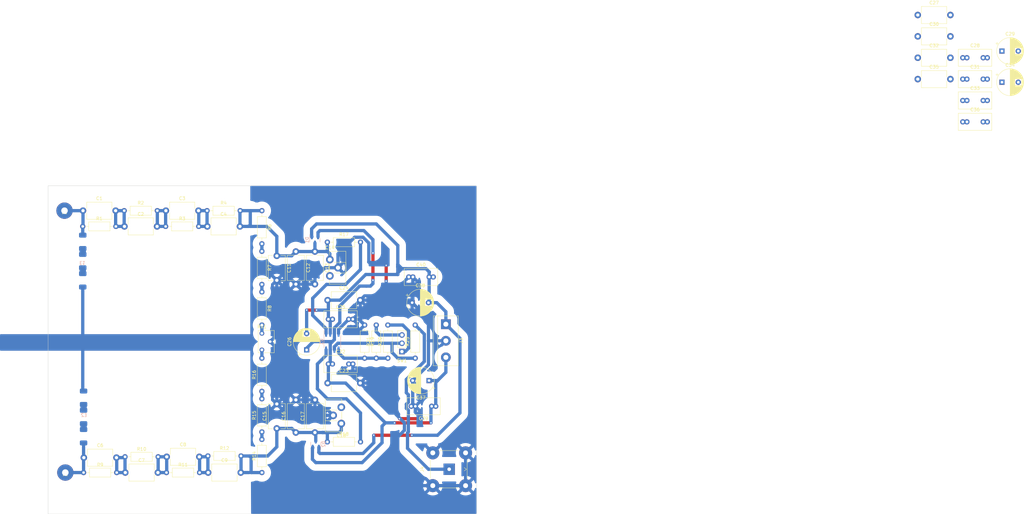
<source format=kicad_pcb>
(kicad_pcb (version 20221018) (generator pcbnew)
  (layers (0 "F.Cu" signal) (31 "B.Cu" signal) (34 "B.Paste" user) (35 "F.Paste" user) (36 "B.SilkS" user "B.Silkscreen") (37 "F.SilkS" user "F.Silkscreen") (38 "B.Mask" user) (39 "F.Mask" user) (44 "Edge.Cuts" user))
  (net 0 "")
  (net 1 "Net-(J1-Pin_1)")
  (net 2 "Net-(C1-Pad2)")
  (net 3 "Net-(C2-Pad2)")
  (net 4 "Net-(C3-Pad2)")
  (net 5 "Net-(C15-Pad1)")
  (net 6 "Net-(C11-Pad1)")
  (net 7 "Net-(J2-Pin_1)")
  (net 8 "Net-(C6-Pad2)")
  (net 9 "Net-(C7-Pad2)")
  (net 10 "Net-(C8-Pad2)")
  (net 11 "GNDPWR")
  (net 12 "VCC")
  (net 13 "VEE")
  (net 14 "Net-(J4-In)")
  (net 15 "Net-(R6-Pad2)")
  (net 16 "Net-(R7-Pad2)")
  (net 17 "Net-(R8-Pad2)")
  (net 18 "Net-(R14-Pad2)")
  (net 19 "Net-(R15-Pad2)")
  (net 20 "Net-(R16-Pad2)")
  (net 21 "Net-(U1-+)")
  (net 22 "Net-(U1--)")
  (net 23 "Net-(U1-FB)")
  (net 24 "Net-(SW1A-A)")
  (net 25 "Net-(SW1A-C)")
  (net 26 "Net-(SW1A-B)")
  (footprint "Connector_PinSocket_2.54mm:PinSocket_1x03_P2.54mm_Vertical" (layer "F.Cu") (at 158.496 119.38 180)
    (fp_text reference "SW1")
    (fp_text value "SW_DPDT_x2")
  )
  (footprint "Resistor_THT:R_Axial_DIN0207_L6.3mm_D2.5mm_P10.16mm_Horizontal" (layer "F.Cu") (at 86.32 156.464)
    (fp_text reference "R11")
    (fp_text value "1M")
  )
  (footprint "Connector_Coaxial:BNC_TEConnectivity_1478035_Horizontal" (layer "F.Cu") (at 172.974 155.448 -90)
    (fp_text reference "J4")
    (fp_text value "Conn_Coaxial")
  )
  (footprint "Capacitor_THT:C_Rect_L10.0mm_W5.0mm_P5.00mm_P7.50mm" (layer "F.Cu") (at 330.396 35.88)
    (fp_text reference "C31")
    (fp_text value "100n")
  )
  (footprint "Capacitor_THT:C_Disc_D7.5mm_W5.0mm_P10.00mm" (layer "F.Cu") (at 61 151.892)
    (fp_text reference "C6")
    (fp_text value "10p")
  )
  (footprint "Resistor_THT:R_Axial_DIN0207_L6.3mm_D2.5mm_P10.16mm_Horizontal" (layer "F.Cu") (at 135.636 85.852)
    (fp_text reference "R17")
    (fp_text value "1500")
  )
  (footprint "Resistor_THT:R_Axial_DIN0207_L6.3mm_D2.5mm_P10.16mm_Horizontal" (layer "F.Cu") (at 115.57 101.092 -90)
    (fp_text reference "R8")
    (fp_text value "64")
  )
  (footprint "Potentiometer_THT:Potentiometer_ACP_CA9-H2,5_Horizontal" (layer "F.Cu") (at 139.914 141.438 180)
    (fp_text reference "C18")
    (fp_text value "8p")
  )
  (footprint "Resistor_THT:R_Axial_DIN0207_L6.3mm_D2.5mm_P10.16mm_Horizontal" (layer "F.Cu") (at 115.57 76.2 -90)
    (fp_text reference "R6")
    (fp_text value "15k")
  )
  (footprint "Resistor_THT:R_Axial_DIN0207_L6.3mm_D2.5mm_P10.16mm_Horizontal" (layer "F.Cu") (at 115.57 156.464 90)
    (fp_text reference "R14")
    (fp_text value "15k")
  )
  (footprint "Capacitor_THT:CP_Radial_D8.0mm_P5.00mm" (layer "F.Cu") (at 129.286 118.872 90)
    (fp_text reference "C26")
    (fp_text value "4.7u")
  )
  (footprint "Resistor_THT:R_Axial_DIN0207_L6.3mm_D2.5mm_P10.16mm_Horizontal" (layer "F.Cu") (at 73.366 76.2)
    (fp_text reference "R2")
    (fp_text value "1M")
  )
  (footprint "Resistor_THT:R_Axial_DIN0207_L6.3mm_D2.5mm_P10.16mm_Horizontal" (layer "F.Cu") (at 73.62 151.638)
    (fp_text reference "R10")
    (fp_text value "1M")
  )
  (footprint "Capacitor_THT:C_Disc_D7.5mm_W5.0mm_P10.00mm" (layer "F.Cu") (at 135.716 103.632)
    (fp_text reference "C24")
    (fp_text value "100p")
  )
  (footprint "Capacitor_THT:CP_Radial_D8.0mm_P5.00mm" (layer "F.Cu") (at 166.798 128.27 180)
    (fp_text reference "C37")
    (fp_text value "10u")
  )
  (footprint "Resistor_THT:R_Axial_DIN0207_L6.3mm_D2.5mm_P10.16mm_Horizontal" (layer "F.Cu") (at 115.57 131.572 90)
    (fp_text reference "R16")
    (fp_text value "64")
  )
  (footprint "Resistor_THT:R_Axial_DIN0207_L6.3mm_D2.5mm_P10.16mm_Horizontal" (layer "F.Cu") (at 150.622 121.412 90)
    (fp_text reference "R21")
    (fp_text value "105000")
  )
  (footprint "Capacitor_THT:C_Disc_D7.5mm_W5.0mm_P7.50mm" (layer "F.Cu") (at 120.142 142.942 90)
    (fp_text reference "C15")
    (fp_text value "470p")
  )
  (footprint "Resistor_THT:R_Axial_DIN0207_L6.3mm_D2.5mm_P10.16mm_Horizontal" (layer "F.Cu") (at 162.56 121.412 90)
    (fp_text reference "R25")
    (fp_text value "50")
  )
  (footprint "Capacitor_THT:C_Disc_D7.5mm_W5.0mm_P7.50mm" (layer "F.Cu") (at 120.142 90.036 -90)
    (fp_text reference "C11")
    (fp_text value "470p")
  )
  (footprint "Xg_lib_pcb:PIN_3mm" (layer "F.Cu") (at 55.332 156.464)
    (fp_text reference "J2")
    (fp_text value "Conn_01x01")
  )
  (footprint "Capacitor_THT:C_Disc_D7.5mm_W5.0mm_P10.00mm" (layer "F.Cu") (at 99.1 156.464)
    (fp_text reference "C9")
    (fp_text value "10p")
  )
  (footprint "Resistor_THT:R_Axial_DIN0207_L6.3mm_D2.5mm_P10.16mm_Horizontal" (layer "F.Cu") (at 115.57 144.018 90)
    (fp_text reference "R15")
    (fp_text value "2.2k")
  )
  (footprint "Resistor_THT:R_Axial_DIN0207_L6.3mm_D2.5mm_P10.16mm_Horizontal" (layer "F.Cu") (at 60.666 81.026)
    (fp_text reference "R1")
    (fp_text value "1M")
  )
  (footprint "Capacitor_THT:C_Rect_L10.0mm_W5.0mm_P5.00mm_P7.50mm" (layer "F.Cu") (at 330.396 42.43)
    (fp_text reference "C33")
    (fp_text value "100n")
  )
  (footprint "Resistor_THT:R_Axial_DIN0207_L6.3mm_D2.5mm_P10.16mm_Horizontal" (layer "F.Cu") (at 147.066 111.252 -90)
    (fp_text reference "R19")
    (fp_text value "5000")
  )
  (footprint "Potentiometer_THT:Potentiometer_Vishay_T73XX_Horizontal" (layer "F.Cu") (at 115.57 113.792)
    (fp_text reference "RV1")
    (fp_text value "2K")
  )
  (footprint "Capacitor_THT:C_Rect_L10.0mm_W5.0mm_P5.00mm_P7.50mm" (layer "F.Cu") (at 160.588 96.52)
    (fp_text reference "C40")
    (fp_text value "100n")
  )
  (footprint "Capacitor_THT:C_Rect_L10.0mm_W5.0mm_P5.00mm_P7.50mm" (layer "F.Cu") (at 330.396 48.98)
    (fp_text reference "C36")
    (fp_text value "100n")
  )
  (footprint "Capacitor_THT:C_Disc_D7.5mm_W5.0mm_P10.00mm" (layer "F.Cu") (at 316.596 16.23)
    (fp_text reference "C27")
    (fp_text value "100p")
  )
  (footprint "Capacitor_THT:C_Disc_D7.5mm_W5.0mm_P10.00mm" (layer "F.Cu") (at 131.826 88.726 -90)
    (fp_text reference "C13")
    (fp_text value "22p")
  )
  (footprint "Capacitor_THT:C_Rect_L10.0mm_W5.0mm_P5.00mm_P7.50mm" (layer "F.Cu") (at 168.85 136.144 180)
    (fp_text reference "C39")
    (fp_text value "100n")
  )
  (footprint "Resistor_THT:R_Axial_DIN0207_L6.3mm_D2.5mm_P10.16mm_Horizontal" (layer "F.Cu") (at 135.636 147.066)
    (fp_text reference "R18")
    (fp_text value "1500")
  )
  (footprint "Xg_lib_pcb:PIN_3mm" (layer "F.Cu") (at 55.078 76.2)
    (fp_text reference "J1")
    (fp_text value "Conn_01x01")
  )
  (footprint "Capacitor_THT:C_Disc_D7.5mm_W5.0mm_P10.00mm" (layer "F.Cu") (at 316.596 29.33)
    (fp_text reference "C32")
    (fp_text value "100p")
  )
  (footprint "Capacitor_THT:C_Disc_D7.5mm_W5.0mm_P10.00mm" (layer "F.Cu") (at 125.984 88.726 -90)
    (fp_text reference "C12")
    (fp_text value "47p")
  )
  (footprint "Capacitor_THT:C_Disc_D7.5mm_W5.0mm_P10.00mm" (layer "F.Cu") (at 131.826 144.192 90)
    (fp_text reference "C17")
    (fp_text value "22p")
  )
  (footprint "Capacitor_THT:C_Disc_D7.5mm_W5.0mm_P10.00mm" (layer "F.Cu") (at 86.4 151.638)
    (fp_text reference "C8")
    (fp_text value "10p")
  )
  (footprint "Capacitor_THT:C_Disc_D7.5mm_W5.0mm_P10.00mm" (layer "F.Cu") (at 316.596 35.88)
    (fp_text reference "C35")
    (fp_text value "100p")
  )
  (footprint "Capacitor_THT:C_Disc_D7.5mm_W5.0mm_P10.00mm" (layer "F.Cu") (at 60.746 76.2)
    (fp_text reference "C1")
    (fp_text value "10p")
  )
  (footprint "Resistor_THT:R_Axial_DIN0207_L6.3mm_D2.5mm_P10.16mm_Horizontal" (layer "F.Cu") (at 98.766 76.2)
    (fp_text reference "R4")
    (fp_text value "1M")
  )
  (footprint "Resistor_THT:R_Axial_DIN0207_L6.3mm_D2.5mm_P10.16mm_Horizontal" (layer "F.Cu") (at 60.92 156.464)
    (fp_text reference "R9")
    (fp_text value "1M")
  )
  (footprint "Capacitor_THT:C_Disc_D7.5mm_W5.0mm_P10.00mm" (layer "F.Cu") (at 86.146 76.2)
    (fp_text reference "C3")
    (fp_text value "10p")
  )
  (footprint "TerminalBlock:TerminalBlock_bornier-3_P5.08mm" (layer "F.Cu") (at 171.958 110.998 -90)
    (fp_text reference "J3")
    (fp_text value "Conn_01x03")
  )
  (footprint "Capacitor_THT:C_Rect_L10.0mm_W5.0mm_P5.00mm_P7.50mm" (layer "F.Cu") (at 135.95 109.474)
    (fp_text reference "C25")
    (fp_text value "100n")
  )
  (footprint "Resistor_THT:R_Axial_DIN0207_L6.3mm_D2.5mm_P10.16mm_Horizontal" (layer "F.Cu") (at 99.02 151.384)
    (fp_text reference "R12")
    (fp_text value "1M")
  )
  (footprint "Capacitor_THT:C_Disc_D7.5mm_W5.0mm_P10.00mm" (layer "F.Cu") (at 316.596 22.78)
    (fp_text reference "C30")
    (fp_text value "100p")
  )
  (footprint "Resistor_THT:R_Axial_DIN0207_L6.3mm_D2.5mm_P10.16mm_Horizontal" (layer "F.Cu") (at 86.066 81.026)
    (fp_text reference "R3")
    (fp_text value "1M")
  )
  (footprint "Capacitor_THT:C_Disc_D7.5mm_W5.0mm_P10.00mm" (layer "F.Cu") (at 135.716 129.032)
    (fp_text reference "C23")
    (fp_text value "100p")
  )
  (footprint "Capacitor_THT:C_Disc_D7.5mm_W5.0mm_P10.00mm" (layer "F.Cu") (at 98.846 81.026)
    (fp_text reference "C4")
    (fp_text value "10p")
  )
  (footprint "Resistor_THT:R_Axial_DIN0207_L6.3mm_D2.5mm_P10.16mm_Horizontal" (layer "F.Cu") (at 115.57 88.646 -90)
    (fp_text reference "R7")
    (fp_text value "2.2k")
  )
  (footprint "Capacitor_THT:C_Rect_L10.0mm_W5.0mm_P5.00mm_P7.50mm" (layer "F.Cu") (at 135.95 123.19)
    (fp_text reference "C22")
    (fp_text value "100n")
  )
  (footprint "Capacitor_THT:C_Disc_D7.5mm_W5.0mm_P10.00mm" (layer "F.Cu") (at 73.7 156.464)
    (fp_text reference "C7")
    (fp_text value "10p")
  )
  (footprint "Capacitor_THT:CP_Radial_D8.0mm_P5.00mm" (layer "F.Cu") (at 161.624 104.394)
    (fp_text reference "C38")
    (fp_text value "10u")
  )
  (footprint "Resistor_THT:R_Axial_DIN0207_L6.3mm_D2.5mm_P10.16mm_Horizontal" (layer "F.Cu") (at 154.178 121.412 90)
    (fp_text reference "R20")
    (fp_text value "6000")
  )
  (footprint "Capacitor_THT:C_Disc_D7.5mm_W5.0mm_P10.00mm" (layer "F.Cu") (at 73.446 81.026)
    (fp_text reference "C2")
    (fp_text value "10p")
  )
  (footprint "Capacitor_THT:C_Rect_L10.0mm_W5.0mm_P5.00mm_P7.50mm" (layer "F.Cu") (at 330.396 29.33)
    (fp_text reference "C28")
    (fp_text value "100n")
  )
  (footprint "Capacitor_THT:CP_Radial_D8.0mm_P5.00mm" (layer "F.Cu") (at 342.390698 36.83)
    (fp_text reference "C34")
    (fp_text value "4.7u")
  )
  (footprint "Capacitor_THT:C_Disc_D7.5mm_W5.0mm_P10.00mm" (layer "F.Cu") (at 125.984 144.192 90)
    (fp_text reference "C16")
    (fp_text value "47p")
  )
  (footprint "Capacitor_THT:CP_Radial_D8.0mm_P5.00mm" (layer "F.Cu") (at 342.390698 27.28)
    (fp_text reference "C29")
    (fp_text value "4.7u")
  )
  (footprint "Potentiometer_THT:Potentiometer_ACP_CA9-H2,5_Horizontal" (layer "F.Cu") (at 136.398 91.186)
    (fp_text reference "C14")
    (fp_text value "8p")
  )
  (footprint "Xg_lib_pcb:Spark_gap_1200" (layer "B.Cu") (at 60.566 91.704)
    (fp_text reference "E1")
    (fp_text value "SparkGap")
  )
  (footprint "Package_TO_SOT_SMD:SOT-23" (layer "B.Cu") (at 132.08 147.7495 90)
    (fp_text reference "D2")
    (fp_text value "BAV99")
  )
  (footprint "Package_TO_SOT_SMD:SOT-23" (layer "B.Cu") (at 131.826 85.1685 -90)
    (fp_text reference "D1")
    (fp_text value "BAV99")
  )
  (footprint "Xg_lib_pcb:Spark_gap_1200" (layer "B.Cu") (at 61.02 139.38 180)
    (fp_text reference "E2")
    (fp_text value "SparkGap")
  )
  (footprint "Package_SO:SOIC-8_3.9x4.9mm_P1.27mm" (layer "B.Cu") (at 137.16 116.332 -90)
    (fp_text reference "U1")
    (fp_text value "~")
  )
  (gr_rect (start 50.038 68.58) (end 181.356 169.164) (stroke (width 0.1)) (fill none) (layer "Edge.Cuts"))
  (segment (start 60.746 76.2) (end 60.746 80.946) (width 1) (layer "B.Cu") (net 1))
  (segment (start 55.078 76.2) (end 60.746 76.2) (width 1) (layer "B.Cu") (net 1))
  (segment (start 60.666 83.704) (end 60.666 81.026) (width 1) (layer "B.Cu") (net 1))
  (segment (start 60.746 80.946) (end 60.666 81.026) (width 1) (layer "B.Cu") (net 1))
  (segment (start 70.746 80.946) (end 70.826 81.026) (width 1) (layer "B.Cu") (net 2))
  (segment (start 70.746 76.2) (end 70.746 80.946) (width 1) (layer "B.Cu") (net 2))
  (segment (start 70.746 76.2) (end 73.366 76.2) (width 1) (layer "B.Cu") (net 2))
  (segment (start 73.446 81.026) (end 70.826 81.026) (width 1) (layer "B.Cu") (net 2))
  (segment (start 73.366 80.946) (end 73.446 81.026) (width 1) (layer "B.Cu") (net 2))
  (segment (start 73.366 76.2) (end 73.366 80.946) (width 1) (layer "B.Cu") (net 2))
  (segment (start 86.066 81.026) (end 86.066 76.28) (width 1) (layer "B.Cu") (net 3))
  (segment (start 83.526 76.2) (end 83.526 80.946) (width 1) (layer "B.Cu") (net 3))
  (segment (start 86.146 76.2) (end 83.526 76.2) (width 1) (layer "B.Cu") (net 3))
  (segment (start 86.066 76.28) (end 86.146 76.2) (width 1) (layer "B.Cu") (net 3))
  (segment (start 83.526 80.946) (end 83.446 81.026) (width 1) (layer "B.Cu") (net 3))
  (segment (start 83.446 81.026) (end 86.066 81.026) (width 1) (layer "B.Cu") (net 3))
  (segment (start 96.146 76.2) (end 98.766 76.2) (width 1) (layer "B.Cu") (net 4))
  (segment (start 96.226 76.28) (end 96.146 76.2) (width 1) (layer "B.Cu") (net 4))
  (segment (start 98.766 76.2) (end 98.766 80.946) (width 1) (layer "B.Cu") (net 4))
  (segment (start 98.846 81.026) (end 96.226 81.026) (width 1) (layer "B.Cu") (net 4))
  (segment (start 96.226 81.026) (end 96.226 76.28) (width 1) (layer "B.Cu") (net 4))
  (segment (start 98.766 80.946) (end 98.846 81.026) (width 1) (layer "B.Cu") (net 4))
  (segment (start 111.8 151.384) (end 109.18 151.384) (width 1) (layer "B.Cu") (net 5))
  (segment (start 132.08 144.446) (end 131.826 144.192) (width 1) (layer "B.Cu") (net 5))
  (segment (start 112.268 151.464) (end 112.188 151.384) (width 1) (layer "B.Cu") (net 5))
  (segment (start 112.268 156.464) (end 112.268 151.464) (width 1) (layer "B.Cu") (net 5))
  (segment (start 134.112 144.192) (end 135.302 144.192) (width 1) (layer "B.Cu") (net 5))
  (segment (start 115.57 156.464) (end 112.268 156.464) (width 1) (layer "B.Cu") (net 5))
  (segment (start 109.18 156.384) (end 109.1 156.464) (width 1) (layer "B.Cu") (net 5))
  (segment (start 124.734 142.942) (end 125.984 144.192) (width 1) (layer "B.Cu") (net 5))
  (segment (start 135.302 144.192) (end 135.636 144.526) (width 1) (layer "B.Cu") (net 5))
  (segment (start 109.18 151.384) (end 109.18 156.384) (width 1) (layer "B.Cu") (net 5))
  (segment (start 111.72 151.464) (end 111.8 151.384) (width 1) (layer "B.Cu") (net 5))
  (segment (start 109.1 156.464) (end 111.72 156.464) (width 1) (layer "B.Cu") (net 5))
  (segment (start 120.142 142.942) (end 124.734 142.942) (width 1) (layer "B.Cu") (net 5))
  (segment (start 139.272 144.192) (end 139.914 143.55) (width 1) (layer "B.Cu") (net 5))
  (segment (start 120.142 148.59) (end 120.142 142.942) (width 1) (layer "B.Cu") (net 5))
  (segment (start 135.636 144.526) (end 135.636 147.066) (width 1) (layer "B.Cu") (net 5))
  (segment (start 139.914 141.438) (end 139.914 143.55) (width 1) (layer "B.Cu") (net 5))
  (segment (start 117.348 151.384) (end 120.142 148.59) (width 1) (layer "B.Cu") (net 5))
  (segment (start 132.08 146.812) (end 132.08 144.446) (width 1) (layer "B.Cu") (net 5))
  (segment (start 131.826 144.192) (end 134.112 144.192) (width 1) (layer "B.Cu") (net 5))
  (segment (start 112.188 151.384) (end 117.348 151.384) (width 1) (layer "B.Cu") (net 5))
  (segment (start 134.112 144.192) (end 139.272 144.192) (width 1) (layer "B.Cu") (net 5))
  (segment (start 131.826 144.192) (end 125.984 144.192) (width 1) (layer "B.Cu") (net 5))
  (segment (start 108.926 76.2) (end 111.626 76.2) (width 1) (layer "B.Cu") (net 6))
  (segment (start 117.094 81.026) (end 120.142 84.074) (width 1) (layer "B.Cu") (net 6))
  (segment (start 135.636 85.852) (end 135.636 88.646) (width 1) (layer "B.Cu") (net 6))
  (segment (start 111.626 80.866) (end 111.466 81.026) (width 1) (layer "B.Cu") (net 6))
  (segment (start 131.826 88.726) (end 135.716 88.726) (width 1) (layer "B.Cu") (net 6))
  (segment (start 136.398 89.408) (end 136.398 91.186) (width 1) (layer "B.Cu") (net 6))
  (segment (start 108.846 81.026) (end 108.846 76.28) (width 1) (layer "B.Cu") (net 6))
  (segment (start 112.014 76.2) (end 115.57 76.2) (width 1) (layer "B.Cu") (net 6))
  (segment (start 108.846 76.28) (end 108.926 76.2) (width 1) (layer "B.Cu") (net 6))
  (segment (start 120.142 84.074) (end 120.142 90.036) (width 1) (layer "B.Cu") (net 6))
  (segment (start 112.014 76.2) (end 112.014 81.026) (width 1) (layer "B.Cu") (net 6))
  (segment (start 112.014 81.026) (end 117.094 81.026) (width 1) (layer "B.Cu") (net 6))
  (segment (start 111.466 81.026) (end 108.846 81.026) (width 1) (layer "B.Cu") (net 6))
  (segment (start 135.636 88.646) (end 135.716 88.726) (width 1) (layer "B.Cu") (net 6))
  (segment (start 125.984 88.726) (end 131.826 88.726) (width 1) (layer "B.Cu") (net 6))
  (segment (start 131.826 88.726) (end 131.826 86.106) (width 1) (layer "B.Cu") (net 6))
  (segment (start 124.674 90.036) (end 125.984 88.726) (width 1) (layer "B.Cu") (net 6))
  (segment (start 135.716 88.726) (end 136.398 89.408) (width 1) (layer "B.Cu") (net 6))
  (segment (start 120.142 90.036) (end 124.674 90.036) (width 1) (layer "B.Cu") (net 6))
  (segment (start 55.332 156.464) (end 60.92 156.464) (width 1) (layer "B.Cu") (net 7))
  (segment (start 60.92 156.464) (end 60.92 151.972) (width 1) (layer "B.Cu") (net 7))
  (segment (start 60.92 151.812) (end 61 151.892) (width 1) (layer "B.Cu") (net 7))
  (segment (start 60.92 147.38) (end 60.92 151.812) (width 1) (layer "B.Cu") (net 7))
  (segment (start 60.92 151.972) (end 61 151.892) (width 1) (layer "B.Cu") (net 7))
  (segment (start 71.08 156.464) (end 71.08 151.972) (width 1) (layer "B.Cu") (net 8))
  (segment (start 71 151.892) (end 73.366 151.892) (width 1) (layer "B.Cu") (net 8))
  (segment (start 73.62 156.384) (end 73.7 156.464) (width 1) (layer "B.Cu") (net 8))
  (segment (start 73.366 151.892) (end 73.62 151.638) (width 1) (layer "B.Cu") (net 8))
  (segment (start 73.7 156.464) (end 71.08 156.464) (width 1) (layer "B.Cu") (net 8))
  (segment (start 71.08 151.972) (end 71 151.892) (width 1) (layer "B.Cu") (net 8))
  (segment (start 73.62 151.638) (end 73.62 156.384) (width 1) (layer "B.Cu") (net 8))
  (segment (start 86.4 151.638) (end 86.4 156.384) (width 1) (layer "B.Cu") (net 9))
  (segment (start 83.78 151.638) (end 83.78 156.384) (width 1) (layer "B.Cu") (net 9))
  (segment (start 86.32 156.464) (end 83.7 156.464) (width 1) (layer "B.Cu") (net 9))
  (segment (start 83.78 151.638) (end 86.4 151.638) (width 1) (layer "B.Cu") (net 9))
  (segment (start 83.78 156.384) (end 83.7 156.464) (width 1) (layer "B.Cu") (net 9))
  (segment (start 86.4 156.384) (end 86.32 156.464) (width 1) (layer "B.Cu") (net 9))
  (segment (start 96.48 151.718) (end 96.4 151.638) (width 1) (layer "B.Cu") (net 10))
  (segment (start 98.766 151.638) (end 99.02 151.384) (width 1) (layer "B.Cu") (net 10))
  (segment (start 99.1 156.464) (end 96.48 156.464) (width 1) (layer "B.Cu") (net 10))
  (segment (start 96.4 151.638) (end 98.766 151.638) (width 1) (layer "B.Cu") (net 10))
  (segment (start 99.02 156.384) (end 99.1 156.464) (width 1) (layer "B.Cu") (net 10))
  (segment (start 99.02 151.384) (end 99.02 156.384) (width 1) (layer "B.Cu") (net 10))
  (segment (start 96.48 156.464) (end 96.48 151.718) (width 1) (layer "B.Cu") (net 10))
  (segment (start 164.592 139.954) (end 157.734 139.954) (width 1) (layer "F.Cu") (net 11))
  (segment (start 153.67 92.964) (end 153.67 97.79) (width 1) (layer "F.Cu") (net 11))
  (via (at 153.67 92.964) (size 0.8) (drill 0.4) (layers "F.Cu" "B.Cu") (net 11))
  (via (at 153.67 97.79) (size 0.8) (drill 0.4) (layers "F.Cu" "B.Cu") (net 11))
  (via (at 164.592 139.954) (size 0.8) (drill 0.4) (layers "F.Cu" "B.Cu") (net 11))
  (via (at 157.734 139.954) (size 0.8) (drill 0.4) (layers "F.Cu" "B.Cu") (net 11))
  (segment (start 145.716 107.208) (end 143.45 109.474) (width 1) (layer "B.Cu") (net 11))
  (segment (start 134.914 93.686) (end 131.826 96.774) (width 1) (layer "B.Cu") (net 11))
  (segment (start 153.67 97.79) (end 153.67 103.632) (width 1) (layer "B.Cu") (net 11))
  (segment (start 160.862 103.632) (end 162.092 104.862) (width 1) (layer "B.Cu") (net 11))
  (segment (start 125.984 134.192) (end 131.826 134.192) (width 1) (layer "B.Cu") (net 11))
  (segment (start 60.666 131.226) (end 60.92 131.48) (width 1) (layer "B.Cu") (net 11))
  (segment (start 177.999 150.423) (end 177.999 160.473) (width 1) (layer "B.Cu") (net 11))
  (segment (start 154.178 129.032) (end 145.716 129.032) (width 1) (layer "B.Cu") (net 11))
  (segment (start 138.898 93.686) (end 138.898 89.448) (width 1) (layer "B.Cu") (net 11))
  (segment (start 134.112 138.938) (end 131.826 136.652) (width 1) (layer "B.Cu") (net 11))
  (segment (start 161.798 128.27) (end 161.798 135.342) (width 1) (layer "B.Cu") (net 11))
  (segment (start 120.142 97.536) (end 120.142 114.3) (width 1) (layer "B.Cu") (net 11))
  (segment (start 145.716 103.632) (end 153.67 103.632) (width 1) (layer "B.Cu") (net 11))
  (segment (start 125.984 98.726) (end 131.826 98.726) (width 1) (layer "B.Cu") (net 11))
  (segment (start 159.258 141.224) (end 156.718 138.684) (width 1) (layer "B.Cu") (net 11))
  (segment (start 161.798 135.342) (end 162.6 136.144) (width 1) (layer "B.Cu") (net 11))
  (segment (start 148.336 91.948) (end 149.098 92.71) (width 1) (layer "B.Cu") (net 11))
  (segment (start 120.142 114.3) (end 118.11 116.332) (width 1) (layer "B.Cu") (net 11))
  (segment (start 145.716 103.632) (end 145.716 107.208) (width 1) (layer "B.Cu") (net 11))
  (segment (start 148.336 86.106) (end 148.336 91.948) (width 1) (layer "B.Cu") (net 11))
  (segment (start 163.267 160.473) (end 156.972 154.178) (width 1) (layer "B.Cu") (net 11))
  (segment (start 139.065 113.857) (end 139.065 112.609) (width 1) (layer "B.Cu") (net 11))
  (segment (start 145.288 109.474) (end 147.066 111.252) (width 1) (layer "B.Cu") (net 11))
  (segment (start 120.142 97.536) (end 124.794 97.536) (width 1) (layer "B.Cu") (net 11))
  (segment (start 120.142 135.442) (end 124.734 135.442) (width 1) (layer "B.Cu") (net 11))
  (segment (start 131.826 96.774) (end 131.826 98.726) (width 1) (layer "B.Cu") (net 11))
  (segment (start 143.994 84.352) (end 146.582 84.352) (width 1) (layer "B.Cu") (net 11))
  (segment (start 138.898 89.448) (end 143.994 84.352) (width 1) (layer "B.Cu") (net 11))
  (segment (start 149.098 92.71) (end 153.416 92.71) (width 1) (layer "B.Cu") (net 11))
  (segment (start 131.826 136.652) (end 131.826 134.192) (width 1) (layer "B.Cu") (net 11))
  (segment (start 156.718 147.574) (end 156.718 146.05) (width 1) (layer "B.Cu") (net 11))
  (segment (start 171.958 116.078) (end 166.624 116.078) (width 1) (layer "B.Cu") (net 11))
  (segment (start 124.794 97.536) (end 125.984 98.726) (width 1) (layer "B.Cu") (net 11))
  (segment (start 120.142 118.364) (end 118.11 116.332) (width 1) (layer "B.Cu") (net 11))
  (segment (start 138.898 93.686) (end 134.914 93.686) (width 1) (layer "B.Cu") (net 11))
  (segment (start 166.624 116.078) (end 166.624 109.394) (width 1) (layer "B.Cu") (net 11))
  (segment (start 161.838 104.18) (end 161.624 104.394) (width 1) (layer "B.Cu") (net 11))
  (segment (start 162.6 136.144) (end 162.6 137.962) (width 1) (layer "B.Cu") (net 11))
  (segment (start 124.734 135.442) (end 125.984 134.192) (width 1) (layer "B.Cu") (net 11))
  (segment (start 156.718 138.684) (end 156.718 131.572) (width 1) (layer "B.Cu") (net 11))
  (segment (start 162.6 137.962) (end 164.592 139.954) (width 1) (layer "B.Cu") (net 11))
  (segment (start 156.718 146.05) (end 159.258 143.51) (width 1) (layer "B.Cu") (net 11))
  (segment (start 143.45 123.19) (end 143.45 126.766) (width 1) (layer "B.Cu") (net 11))
  (segment (start 153.416 92.71) (end 153.67 92.964) (width 1) (layer "B.Cu") (net 11))
  (segment (start 120.142 135.442) (end 120.142 118.364) (width 1) (layer "B.Cu") (net 11))
  (segment (start 146.582 84.352) (end 148.336 86.106) (width 1) (layer "B.Cu") (net 11))
  (segment (start 161.838 96.52) (end 161.838 104.18) (width 1) (layer "B.Cu") (net 11))
  (segment (start 139.065 112.609) (end 142.2 109.474) (width 1) (layer "B.Cu") (net 11))
  (segment (start 162.092 104.862) (end 161.624 104.394) (width 1) (layer "B.Cu") (net 11))
  (segment (start 143.45 126.766) (end 145.716 129.032) (width 1) (layer "B.Cu") (net 11))
  (segment (start 156.718 131.572) (end 154.178 129.032) (width 1) (layer "B.Cu") (net 11))
  (segment (start 167.949 160.473) (end 163.267 160.473) (width 1) (layer "B.Cu") (net 11))
  (segment (start 143.45 109.474) (end 145.288 109.474) (width 1) (layer "B.Cu") (net 11))
  (segment (start 137.414 138.938) (end 134.112 138.938) (width 1) (layer "B.Cu") (net 11))
  (segment (start 166.624 109.394) (end 162.092 104.862) (width 1) (layer "B.Cu") (net 11))
  (segment (start 156.972 154.178) (end 156.972 147.828) (width 1) (layer "B.Cu") (net 11))
  (segment (start 177.999 160.473) (end 167.949 160.473) (width 1) (layer "B.Cu") (net 11))
  (segment (start 153.67 103.632) (end 160.862 103.632) (width 1) (layer "B.Cu") (net 11))
  (segment (start 161.798 128.27) (end 166.624 123.444) (width 1) (layer "B.Cu") (net 11))
  (segment (start 60.666 99.604) (end 60.666 131.226) (width 1) (layer "B.Cu") (net 11))
  (segment (start 156.972 147.828) (end 156.718 147.574) (width 1) (layer "B.Cu") (net 11))
  (segment (start 166.624 123.444) (end 166.624 116.078) (width 1) (layer "B.Cu") (net 11))
  (segment (start 159.258 143.51) (end 159.258 141.224) (width 1) (layer "B.Cu") (net 11))
  (segment (start 149.606 97.536) (end 149.606 89.154) (width 1) (layer "F.Cu") (net 12))
  (segment (start 156.21 141.224) (end 167.386 141.224) (width 1) (layer "F.Cu") (net 12))
  (via (at 156.21 141.224) (size 0.8) (drill 0.4) (layers "F.Cu" "B.Cu") (net 12))
  (via (at 149.606 97.536) (size 0.8) (drill 0.4) (layers "F.Cu" "B.Cu") (net 12))
  (via (at 167.386 141.224) (size 0.8) (drill 0.4) (layers "F.Cu" "B.Cu") (net 12))
  (via (at 149.606 89.154) (size 0.8) (drill 0.4) (layers "F.Cu" "B.Cu") (net 12))
  (segment (start 149.606 89.154) (end 149.606 85.09) (width 1) (layer "B.Cu") (net 12))
  (segment (start 149.606 98.552) (end 149.606 97.536) (width 1) (layer "B.Cu") (net 12))
  (segment (start 136.525 122.515) (end 137.2 123.19) (width 1) (layer "B.Cu") (net 12))
  (segment (start 135.95 128.798) (end 135.716 129.032) (width 1) (layer "B.Cu") (net 12))
  (segment (start 169.418 128.27) (end 168.85 128.838) (width 1) (layer "B.Cu") (net 12))
  (segment (start 136.525 116.967) (end 137.033 116.459) (width 1) (layer "B.Cu") (net 12))
  (segment (start 131.318 116.332) (end 136.906 116.332) (width 1) (layer "B.Cu") (net 12))
  (segment (start 169.418 128.27) (end 171.958 125.73) (width 1) (layer "B.Cu") (net 12))
  (segment (start 135.716 129.032) (end 141.224 129.032) (width 1) (layer "B.Cu") (net 12))
  (segment (start 137.033 116.459) (end 137.795 115.697) (width 1) (layer "B.Cu") (net 12))
  (segment (start 136.906 116.332) (end 137.033 116.459) (width 1) (layer "B.Cu") (net 12))
  (segment (start 135.95 123.19) (end 135.95 128.798) (width 1) (layer "B.Cu") (net 12))
  (segment (start 146.304 153.416) (end 152.4 147.32) (width 1) (layer "B.Cu") (net 12))
  (segment (start 133.35 82.296) (end 132.776 82.87) (width 1) (layer "B.Cu") (net 12))
  (segment (start 132.776 82.87) (end 132.776 84.231) (width 1) (layer "B.Cu") (net 12))
  (segment (start 147.574 99.314) (end 148.844 99.314) (width 1) (layer "B.Cu") (net 12))
  (segment (start 131.13 148.91) (end 131.064 148.976) (width 1) (layer "B.Cu") (net 12))
  (segment (start 171.958 121.158) (end 171.958 125.73) (width 1) (layer "B.Cu") (net 12))
  (segment (start 136.525 118.807) (end 136.525 122.515) (width 1) (layer "B.Cu") (net 12))
  (segment (start 167.386 141.224) (end 167.386 136.358) (width 1) (layer "B.Cu") (net 12))
  (segment (start 141.224 129.032) (end 153.416 141.224) (width 1) (layer "B.Cu") (net 12))
  (segment (start 166.798 128.27) (end 169.418 128.27) (width 1) (layer "B.Cu") (net 12))
  (segment (start 137.795 115.697) (end 137.795 113.857) (width 1) (layer "B.Cu") (net 12))
  (segment (start 145.542 99.314) (end 147.574 99.314) (width 1) (layer "B.Cu") (net 12))
  (segment (start 168.85 128.838) (end 168.85 136.144) (width 1) (layer "B.Cu") (net 12))
  (segment (start 167.386 136.358) (end 167.6 136.144) (width 1) (layer "B.Cu") (net 12))
  (segment (start 137.795 113.857) (end 137.795 112.141) (width 1) (layer "B.Cu") (net 12))
  (segment (start 136.525 118.807) (end 136.525 116.967) (width 1) (layer "B.Cu") (net 12))
  (segment (start 152.4 147.32) (end 152.4 142.24) (width 1) (layer "B.Cu") (net 12))
  (segment (start 132.08 153.416) (end 146.304 153.416) (width 1) (layer "B.Cu") (net 12))
  (segment (start 139.446 105.41) (end 145.542 99.314) (width 1) (layer "B.Cu") (net 12))
  (segment (start 131.13 148.687) (end 131.13 148.91) (width 1) (layer "B.Cu") (net 12))
  (segment (start 137.795 112.141) (end 139.446 110.49) (width 1) (layer "B.Cu") (net 12))
  (segment (start 153.416 141.224) (end 156.21 141.224) (width 1) (layer "B.Cu") (net 12))
  (segment (start 148.844 99.314) (end 149.606 98.552) (width 1) (layer "B.Cu") (net 12))
  (segment (start 146.812 82.296) (end 133.35 82.296) (width 1) (layer "B.Cu") (net 12))
  (segment (start 152.4 142.24) (end 153.416 141.224) (width 1) (layer "B.Cu") (net 12))
  (segment (start 129.286 118.872) (end 129.286 118.364) (width 1) (layer "B.Cu") (net 12))
  (segment (start 129.286 118.364) (end 131.318 116.332) (width 1) (layer "B.Cu") (net 12))
  (segment (start 131.064 152.4) (end 132.08 153.416) (width 1) (layer "B.Cu") (net 12))
  (segment (start 139.446 110.49) (end 139.446 105.41) (width 1) (layer "B.Cu") (net 12))
  (segment (start 131.064 148.976) (end 131.064 152.4) (width 1) (layer "B.Cu") (net 12))
  (segment (start 149.606 85.09) (end 146.812 82.296) (width 1) (layer "B.Cu") (net 12))
  (segment (start 149.86 145.034) (end 161.544 145.034) (width 1) (layer "F.Cu") (net 13))
  (segment (start 132.334 106.68) (end 129.286 106.68) (width 1) (layer "F.Cu") (net 13))
  (via (at 161.544 145.034) (size 0.8) (drill 0.4) (layers "F.Cu" "B.Cu") (net 13))
  (via (at 129.286 106.68) (size 0.8) (drill 0.4) (layers "F.Cu" "B.Cu") (net 13))
  (via (at 149.86 145.034) (size 0.8) (drill 0.4) (layers "F.Cu" "B.Cu") (net 13))
  (via (at 132.334 106.68) (size 0.8) (drill 0.4) (layers "F.Cu" "B.Cu") (net 13))
  (segment (start 136.525 113.857) (end 136.525 110.049) (width 1) (layer "B.Cu") (net 13))
  (segment (start 129.286 106.68) (end 129.286 113.872) (width 1) (layer "B.Cu") (net 13))
  (segment (start 133.35 150.622) (end 146.558 150.622) (width 1) (layer "B.Cu") (net 13))
  (segment (start 133.03 150.302) (end 133.35 150.622) (width 1) (layer "B.Cu") (net 13))
  (segment (start 157.226 86.868) (end 157.226 92.71) (width 1) (layer "B.Cu") (net 13))
  (segment (start 159.766 93.98) (end 165.862 93.98) (width 1) (layer "B.Cu") (net 13))
  (segment (start 166.838 104.18) (end 166.624 104.394) (width 1) (layer "B.Cu") (net 13))
  (segment (start 130.81 81.788) (end 132.334 80.264) (width 1) (layer "B.Cu") (net 13))
  (segment (start 135.716 103.632) (end 139.526944 103.632) (width 1) (layer "B.Cu") (net 13))
  (segment (start 176.276 138.176) (end 176.276 115.316) (width 1) (layer "B.Cu") (net 13))
  (segment (start 159.004 93.98) (end 159.766 93.98) (width 1) (layer "B.Cu") (net 13))
  (segment (start 135.95 106.68) (end 132.334 106.68) (width 1) (layer "B.Cu") (net 13))
  (segment (start 157.226 95.25) (end 158.496 93.98) (width 1) (layer "B.Cu") (net 13))
  (segment (start 157.226 93.472) (end 157.226 95.758) (width 1) (layer "B.Cu") (net 13))
  (segment (start 176.276 115.316) (end 171.958 110.998) (width 1) (layer "B.Cu") (net 13))
  (segment (start 132.334 80.264) (end 150.622 80.264) (width 1) (layer "B.Cu") (net 13))
  (segment (start 161.544 145.034) (end 169.418 145.034) (width 1) (layer "B.Cu") (net 13))
  (segment (start 169.164 104.394) (end 166.624 104.394) (width 1) (layer "B.Cu") (net 13))
  (segment (start 157.226 92.71) (end 157.226 93.218) (width 1) (layer "B.Cu") (net 13))
  (segment (start 171.958 110.998) (end 171.958 107.188) (width 1) (layer "B.Cu") (net 13))
  (segment (start 158.496 93.98) (end 157.226 92.71) (width 1) (layer "B.Cu") (net 13))
  (segment (start 157.988 93.98) (end 157.226 93.218) (width 1) (layer "B.Cu") (net 13))
  (segment (start 166.838 96.52) (end 166.838 104.18) (width 1) (layer "B.Cu") (net 13))
  (segment (start 146.558 150.622) (end 149.86 147.32) (width 1) (layer "B.Cu") (net 13))
  (segment (start 171.958 107.188) (end 169.164 104.394) (width 1) (layer "B.Cu") (net 13))
  (segment (start 158.496 93.98) (end 157.988 93.98) (width 1) (layer "B.Cu") (net 13))
  (segment (start 166.878 94.996) (end 166.838 95.036) (width 1) (layer "B.Cu") (net 13))
  (segment (start 157.226 93.218) (end 157.226 93.472) (width 1) (layer "B.Cu") (net 13))
  (segment (start 166.838 95.036) (end 166.838 96.52) (width 1) (layer "B.Cu") (net 13))
  (segment (start 135.95 109.474) (end 135.95 106.68) (width 1) (layer "B.Cu") (net 13))
  (segment (start 169.418 145.034) (end 176.276 138.176) (width 1) (layer "B.Cu") (net 13))
  (segment (start 130.81 84.125418) (end 130.81 81.788) (width 1) (layer "B.Cu") (net 13))
  (segment (start 130.876 84.191418) (end 130.81 84.125418) (width 1) (layer "B.Cu") (net 13))
  (segment (start 136.525 110.049) (end 135.95 109.474) (width 1) (layer "B.Cu") (net 13))
  (segment (start 133.03 148.687) (end 133.03 150.302) (width 1) (layer "B.Cu") (net 13))
  (segment (start 157.734 93.98) (end 157.226 93.472) (width 1) (layer "B.Cu") (net 13))
  (segment (start 139.526944 103.632) (end 147.400944 95.758) (width 1) (layer "B.Cu") (net 13))
  (segment (start 147.400944 95.758) (end 157.226 95.758) (width 1) (layer "B.Cu") (net 13))
  (segment (start 135.95 106.68) (end 135.95 103.866) (width 1) (layer "B.Cu") (net 13))
  (segment (start 149.86 147.32) (end 149.86 145.034) (width 1) (layer "B.Cu") (net 13))
  (segment (start 165.862 93.98) (end 166.878 94.996) (width 1) (layer "B.Cu") (net 13))
  (segment (start 150.622 80.264) (end 157.226 86.868) (width 1) (layer "B.Cu") (net 13))
  (segment (start 159.004 93.98) (end 158.496 93.98) (width 1) (layer "B.Cu") (net 13))
  (segment (start 130.876 84.231) (end 130.876 84.191418) (width 1) (layer "B.Cu") (net 13))
  (segment (start 159.766 93.98) (end 157.734 93.98) (width 1) (layer "B.Cu") (net 13))
  (segment (start 157.226 95.758) (end 157.226 95.25) (width 1) (layer "B.Cu") (net 13))
  (segment (start 135.95 103.866) (end 135.716 103.632) (width 1) (layer "B.Cu") (net 13))
  (segment (start 165.354 114.046) (end 162.56 111.252) (width 1) (layer "B.Cu") (net 14))
  (segment (start 160.458 144.007056) (end 160.458 137.373321) (width 1) (layer "B.Cu") (net 14))
  (segment (start 159.85 136.765321) (end 159.85 135.522679) (width 1) (layer "B.Cu") (net 14))
  (segment (start 160.204 144.261056) (end 160.458 144.007056) (width 1) (layer "B.Cu") (net 14))
  (segment (start 159.85 131.990944) (end 159.85 127.932) (width 1) (layer "B.Cu") (net 14))
  (segment (start 172.974 155.448) (end 166.624 155.448) (width 1) (layer "B.Cu") (net 14))
  (segment (start 160.458 137.373321) (end 159.85 136.765321) (width 1) (layer "B.Cu") (net 14))
  (segment (start 160.458 134.914679) (end 160.458 132.598944) (width 1) (layer "B.Cu") (net 14))
  (segment (start 165.354 122.428) (end 165.354 114.046) (width 1) (layer "B.Cu") (net 14))
  (segment (start 160.458 132.598944) (end 159.85 131.990944) (width 1) (layer "B.Cu") (net 14))
  (segment (start 166.624 155.448) (end 160.204 149.028) (width 1) (layer "B.Cu") (net 14))
  (segment (start 159.85 127.932) (end 165.354 122.428) (width 1) (layer "B.Cu") (net 14))
  (segment (start 160.204 149.028) (end 160.204 144.261056) (width 1) (layer "B.Cu") (net 14))
  (segment (start 159.85 135.522679) (end 160.458 134.914679) (width 1) (layer "B.Cu") (net 14))
  (segment (start 115.57 86.36) (end 115.57 88.646) (width 1) (layer "B.Cu") (net 15))
  (segment (start 115.57 98.806) (end 115.57 101.092) (width 1) (layer "B.Cu") (net 16))
  (segment (start 115.57 111.252) (end 115.57 113.792) (width 1) (layer "B.Cu") (net 17))
  (segment (start 115.57 144.018) (end 115.57 146.304) (width 1) (layer "B.Cu") (net 18))
  (segment (start 115.57 131.572) (end 115.57 133.858) (width 1) (layer "B.Cu") (net 19))
  (segment (start 115.57 118.872) (end 115.57 121.412) (width 1) (layer "B.Cu") (net 20))
  (segment (start 131.134 103.054) (end 131.134 108.274) (width 1) (layer "B.Cu") (net 21))
  (segment (start 135.382 98.806) (end 131.134 103.054) (width 1) (layer "B.Cu") (net 21))
  (segment (start 141.224 98.806) (end 135.382 98.806) (width 1) (layer "B.Cu") (net 21))
  (segment (start 145.796 85.852) (end 145.796 94.234) (width 1) (layer "B.Cu") (net 21))
  (segment (start 131.134 108.274) (end 135.255 112.395) (width 1) (layer "B.Cu") (net 21))
  (segment (start 145.796 94.234) (end 141.224 98.806) (width 1) (layer "B.Cu") (net 21))
  (segment (start 135.255 112.395) (end 135.255 113.857) (width 1) (layer "B.Cu") (net 21))
  (segment (start 135.255 120.523) (end 135.255 118.807) (width 1) (layer "B.Cu") (net 22))
  (segment (start 141.478 133.858) (end 135.636 133.858) (width 1) (layer "B.Cu") (net 22))
  (segment (start 145.796 138.176) (end 141.478 133.858) (width 1) (layer "B.Cu") (net 22))
  (segment (start 135.636 133.858) (end 132.588 130.81) (width 1) (layer "B.Cu") (net 22))
  (segment (start 132.588 130.81) (end 132.588 123.19) (width 1) (layer "B.Cu") (net 22))
  (segment (start 145.796 147.066) (end 145.796 138.176) (width 1) (layer "B.Cu") (net 22))
  (segment (start 132.588 123.19) (end 135.255 120.523) (width 1) (layer "B.Cu") (net 22))
  (segment (start 147.066 121.412) (end 154.178 121.412) (width 1) (layer "B.Cu") (net 23))
  (segment (start 140.716 121.412) (end 147.066 121.412) (width 1) (layer "B.Cu") (net 23))
  (segment (start 139.065 118.807) (end 139.065 119.761) (width 1) (layer "B.Cu") (net 23))
  (segment (start 139.065 119.761) (end 140.716 121.412) (width 1) (layer "B.Cu") (net 23))
  (segment (start 158.496 119.38) (end 159.512 119.38) (width 1) (layer "B.Cu") (net 24))
  (segment (start 159.512 119.38) (end 160.528 118.364) (width 1) (layer "B.Cu") (net 24))
  (segment (start 160.528 113.03) (end 158.75 111.252) (width 1) (layer "B.Cu") (net 24))
  (segment (start 160.528 118.364) (end 160.528 113.03) (width 1) (layer "B.Cu") (net 24))
  (segment (start 158.75 111.252) (end 154.178 111.252) (width 1) (layer "B.Cu") (net 24))
  (segment (start 151.638 114.3) (end 150.622 113.284) (width 1) (layer "B.Cu") (net 25))
  (segment (start 158.496 114.3) (end 151.638 114.3) (width 1) (layer "B.Cu") (net 25))
  (segment (start 150.622 111.252) (end 150.622 113.284) (width 1) (layer "B.Cu") (net 25))
  (segment (start 138.854918 116.84) (end 155.448 116.84) (width 1) (layer "B.Cu") (net 26))
  (segment (start 137.795 118.807) (end 137.795 117.899918) (width 1) (layer "B.Cu") (net 26))
  (segment (start 137.795 117.899918) (end 138.854918 116.84) (width 1) (layer "B.Cu") (net 26))
  (segment (start 157.226 121.412) (end 155.448 119.634) (width 1) (layer "B.Cu") (net 26))
  (segment (start 162.56 121.412) (end 157.226 121.412) (width 1) (layer "B.Cu") (net 26))
  (segment (start 155.448 116.84) (end 158.496 116.84) (width 1) (layer "B.Cu") (net 26))
  (segment (start 155.448 119.634) (end 155.448 116.84) (width 1) (layer "B.Cu") (net 26))
  (zone (net 11) (net_name "GNDPWR") (layer "B.Cu") (connect_pads (clearance 2)) (min_thickness 0.5) (fill yes (thermal_gap 1) (thermal_bridge_width 1))
    (polygon (pts (xy 112.014 68.58) (xy 112.014 114.046) (xy 35.306 114.046) (xy 35.306 119.126) (xy 112.014 119.126) (xy 112.268 169.164) (xy 181.356 169.164) (xy 181.356 68.58)))
  )
)
</source>
